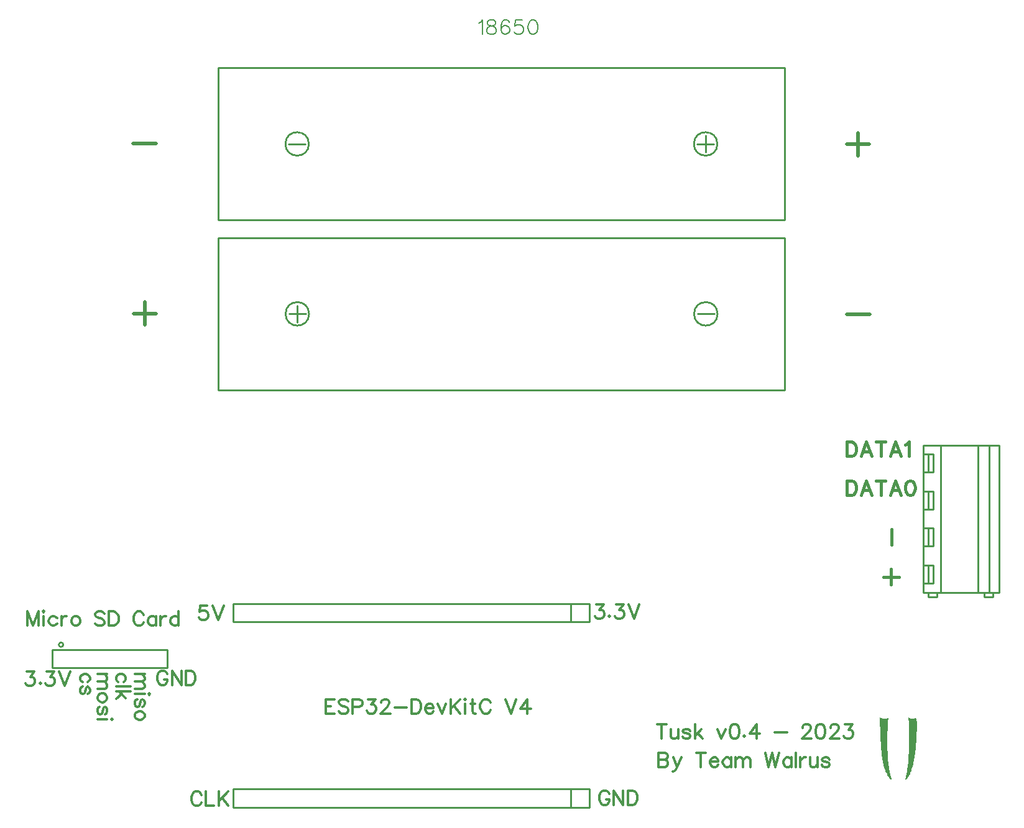
<source format=gto>
G04 Layer: TopSilkscreenLayer*
G04 EasyEDA v6.5.23, 2023-05-27 13:46:53*
G04 ad855449ed234b6990cb81ca5ba1a863,ef4dac4c239f4a7f90591e71bd1ece2f,10*
G04 Gerber Generator version 0.2*
G04 Scale: 100 percent, Rotated: No, Reflected: No *
G04 Dimensions in inches *
G04 leading zeros omitted , absolute positions ,3 integer and 6 decimal *
%FSLAX36Y36*%
%MOIN*%

%ADD10C,0.0120*%
%ADD11C,0.0080*%
%ADD12C,0.0150*%
%ADD13C,0.0200*%
%ADD14C,0.0100*%
%ADD15C,0.0121*%

%LPD*%
G36*
X3542320Y-179280D02*
G01*
X3538039Y-179400D01*
X3535580Y-179720D01*
X3535140Y-180159D01*
X3536900Y-180700D01*
X3540059Y-181119D01*
X3543480Y-181240D01*
X3546720Y-181080D01*
X3549400Y-180640D01*
X3550520Y-180080D01*
X3549560Y-179640D01*
X3546760Y-179360D01*
G37*
G36*
X3393900Y-179340D02*
G01*
X3389000Y-179440D01*
X3386040Y-179740D01*
X3385260Y-180159D01*
X3386880Y-180700D01*
X3390160Y-181119D01*
X3393900Y-181260D01*
X3397660Y-181119D01*
X3400940Y-180700D01*
X3402559Y-180159D01*
X3401780Y-179740D01*
X3398820Y-179440D01*
G37*
G36*
X3371259Y-181480D02*
G01*
X3373200Y-275960D01*
X3373600Y-289920D01*
X3374100Y-303360D01*
X3374700Y-316260D01*
X3375380Y-328640D01*
X3376180Y-340560D01*
X3377080Y-351980D01*
X3378080Y-362939D01*
X3379180Y-373480D01*
X3380400Y-383579D01*
X3381740Y-393280D01*
X3383180Y-402580D01*
X3385160Y-413680D01*
X3387320Y-424240D01*
X3389200Y-432299D01*
X3390680Y-438140D01*
X3394440Y-451100D01*
X3396180Y-456400D01*
X3398000Y-461540D01*
X3401200Y-469799D01*
X3404620Y-477700D01*
X3408260Y-485280D01*
X3410720Y-489880D01*
X3413240Y-494200D01*
X3415820Y-498240D01*
X3418380Y-501920D01*
X3420899Y-505220D01*
X3423300Y-508100D01*
X3425560Y-510520D01*
X3427620Y-512420D01*
X3429420Y-513780D01*
X3430940Y-514560D01*
X3431580Y-514700D01*
X3432120Y-514700D01*
X3432559Y-514540D01*
X3432900Y-514180D01*
X3433140Y-513660D01*
X3433260Y-512960D01*
X3433260Y-512080D01*
X3432860Y-509720D01*
X3431920Y-506560D01*
X3429900Y-501019D01*
X3428200Y-495580D01*
X3426560Y-489560D01*
X3424980Y-482960D01*
X3423480Y-475800D01*
X3422040Y-468160D01*
X3420680Y-460020D01*
X3419400Y-451440D01*
X3418180Y-442460D01*
X3417060Y-433100D01*
X3416000Y-423380D01*
X3414580Y-408240D01*
X3413540Y-395140D01*
X3412460Y-378980D01*
X3411860Y-367980D01*
X3411220Y-354040D01*
X3410520Y-331400D01*
X3410280Y-317160D01*
X3410200Y-305760D01*
X3410260Y-288740D01*
X3410500Y-274700D01*
X3410899Y-260859D01*
X3411320Y-249940D01*
X3411880Y-239240D01*
X3412720Y-226180D01*
X3413519Y-216040D01*
X3414200Y-208619D01*
X3416720Y-184220D01*
X3402980Y-186260D01*
X3399960Y-186620D01*
X3396840Y-186820D01*
X3393700Y-186860D01*
X3390600Y-186740D01*
X3387620Y-186480D01*
X3384840Y-186100D01*
X3382360Y-185560D01*
X3380240Y-184899D01*
G37*
G36*
X3521920Y-182260D02*
G01*
X3524920Y-214600D01*
X3525620Y-224100D01*
X3526240Y-233939D01*
X3526740Y-244120D01*
X3527300Y-259860D01*
X3527580Y-273360D01*
X3527720Y-289920D01*
X3527700Y-301120D01*
X3527559Y-315220D01*
X3526900Y-340720D01*
X3526360Y-354820D01*
X3525820Y-366019D01*
X3524500Y-387980D01*
X3523519Y-401320D01*
X3522420Y-414300D01*
X3521440Y-424360D01*
X3520120Y-436480D01*
X3518700Y-448020D01*
X3517480Y-456800D01*
X3516180Y-465120D01*
X3514840Y-472960D01*
X3513420Y-480280D01*
X3511940Y-487040D01*
X3510400Y-493220D01*
X3509220Y-497600D01*
X3507960Y-502740D01*
X3507160Y-506940D01*
X3506820Y-510140D01*
X3506820Y-511380D01*
X3506920Y-512400D01*
X3507140Y-513160D01*
X3507480Y-513660D01*
X3507919Y-513940D01*
X3508480Y-513980D01*
X3509160Y-513780D01*
X3509960Y-513320D01*
X3510860Y-512640D01*
X3513020Y-510520D01*
X3515640Y-507460D01*
X3518720Y-503420D01*
X3522260Y-498420D01*
X3525400Y-493579D01*
X3528440Y-488459D01*
X3531340Y-483000D01*
X3534120Y-477239D01*
X3538060Y-467939D01*
X3541120Y-459580D01*
X3544020Y-450640D01*
X3546220Y-443060D01*
X3548800Y-433040D01*
X3550740Y-424560D01*
X3552580Y-415680D01*
X3554320Y-406340D01*
X3555940Y-396580D01*
X3557480Y-386360D01*
X3558900Y-375680D01*
X3560240Y-364520D01*
X3561480Y-352879D01*
X3562919Y-337620D01*
X3563960Y-324840D01*
X3564920Y-311560D01*
X3566580Y-283340D01*
X3567280Y-268420D01*
X3568020Y-249880D01*
X3568580Y-231160D01*
X3568720Y-223200D01*
X3568740Y-216119D01*
X3568639Y-209880D01*
X3568420Y-204440D01*
X3568080Y-199760D01*
X3567600Y-195799D01*
X3566960Y-192500D01*
X3566200Y-189840D01*
X3565760Y-188720D01*
X3564740Y-186920D01*
X3564180Y-186220D01*
X3563580Y-185660D01*
X3562919Y-185200D01*
X3562240Y-184860D01*
X3561500Y-184640D01*
X3560720Y-184520D01*
X3559020Y-184560D01*
X3557120Y-184980D01*
X3553700Y-186040D01*
X3551220Y-186560D01*
X3548660Y-186880D01*
X3546019Y-187000D01*
X3543279Y-186900D01*
X3540419Y-186600D01*
X3537460Y-186100D01*
X3534340Y-185400D01*
G37*
D10*
X2200540Y-217599D02*
G01*
X2200540Y-293899D01*
X2175140Y-217599D02*
G01*
X2226040Y-217599D01*
X2250040Y-242999D02*
G01*
X2250040Y-279399D01*
X2253640Y-290299D01*
X2260940Y-293899D01*
X2271840Y-293899D01*
X2279140Y-290299D01*
X2290040Y-279399D01*
X2290040Y-242999D02*
G01*
X2290040Y-293899D01*
X2354040Y-253899D02*
G01*
X2350440Y-246699D01*
X2339440Y-242999D01*
X2328540Y-242999D01*
X2317640Y-246699D01*
X2314040Y-253899D01*
X2317640Y-261199D01*
X2324940Y-264899D01*
X2343140Y-268499D01*
X2350440Y-272100D01*
X2354040Y-279399D01*
X2354040Y-282999D01*
X2350440Y-290299D01*
X2339440Y-293899D01*
X2328540Y-293899D01*
X2317640Y-290299D01*
X2314040Y-282999D01*
X2378040Y-217599D02*
G01*
X2378040Y-293899D01*
X2414440Y-242999D02*
G01*
X2378040Y-279399D01*
X2392540Y-264899D02*
G01*
X2418040Y-293899D01*
X2498040Y-242999D02*
G01*
X2519840Y-293899D01*
X2541640Y-242999D02*
G01*
X2519840Y-293899D01*
X2587440Y-217599D02*
G01*
X2576540Y-221199D01*
X2569340Y-232100D01*
X2565640Y-250299D01*
X2565640Y-261199D01*
X2569340Y-279399D01*
X2576540Y-290299D01*
X2587440Y-293899D01*
X2594740Y-293899D01*
X2605640Y-290299D01*
X2612940Y-279399D01*
X2616540Y-261199D01*
X2616540Y-250299D01*
X2612940Y-232100D01*
X2605640Y-221199D01*
X2594740Y-217599D01*
X2587440Y-217599D01*
X2644240Y-275799D02*
G01*
X2640540Y-279399D01*
X2644240Y-282999D01*
X2647840Y-279399D01*
X2644240Y-275799D01*
X2708240Y-217599D02*
G01*
X2671840Y-268499D01*
X2726440Y-268499D01*
X2708240Y-217599D02*
G01*
X2708240Y-293899D01*
X2806440Y-261199D02*
G01*
X2871840Y-261199D01*
X2955440Y-235799D02*
G01*
X2955440Y-232100D01*
X2959140Y-224899D01*
X2962740Y-221199D01*
X2970040Y-217599D01*
X2984540Y-217599D01*
X2991840Y-221199D01*
X2995440Y-224899D01*
X2999140Y-232100D01*
X2999140Y-239399D01*
X2995440Y-246699D01*
X2988240Y-257599D01*
X2951840Y-293899D01*
X3002740Y-293899D01*
X3048540Y-217599D02*
G01*
X3037640Y-221199D01*
X3030440Y-232100D01*
X3026740Y-250299D01*
X3026740Y-261199D01*
X3030440Y-279399D01*
X3037640Y-290299D01*
X3048540Y-293899D01*
X3055840Y-293899D01*
X3066740Y-290299D01*
X3074040Y-279399D01*
X3077640Y-261199D01*
X3077640Y-250299D01*
X3074040Y-232100D01*
X3066740Y-221199D01*
X3055840Y-217599D01*
X3048540Y-217599D01*
X3105340Y-235799D02*
G01*
X3105340Y-232100D01*
X3108940Y-224899D01*
X3112540Y-221199D01*
X3119840Y-217599D01*
X3134440Y-217599D01*
X3141640Y-221199D01*
X3145340Y-224899D01*
X3148940Y-232100D01*
X3148940Y-239399D01*
X3145340Y-246699D01*
X3138040Y-257599D01*
X3101640Y-293899D01*
X3152540Y-293899D01*
X3183840Y-217599D02*
G01*
X3223840Y-217599D01*
X3202040Y-246699D01*
X3212940Y-246699D01*
X3220240Y-250299D01*
X3223840Y-253899D01*
X3227440Y-264899D01*
X3227440Y-272100D01*
X3223840Y-282999D01*
X3216540Y-290299D01*
X3205640Y-293899D01*
X3194740Y-293899D01*
X3183840Y-290299D01*
X3180240Y-286699D01*
X3176540Y-279399D01*
D11*
X1221040Y3547200D02*
G01*
X1228240Y3550800D01*
X1239140Y3561700D01*
X1239140Y3485399D01*
X1281340Y3561700D02*
G01*
X1270440Y3558100D01*
X1266840Y3550800D01*
X1266840Y3543500D01*
X1270440Y3536300D01*
X1277740Y3532600D01*
X1292240Y3529000D01*
X1303140Y3525399D01*
X1310440Y3518100D01*
X1314140Y3510800D01*
X1314140Y3499900D01*
X1310440Y3492600D01*
X1306840Y3489000D01*
X1295940Y3485399D01*
X1281340Y3485399D01*
X1270440Y3489000D01*
X1266840Y3492600D01*
X1263140Y3499900D01*
X1263140Y3510800D01*
X1266840Y3518100D01*
X1274140Y3525399D01*
X1285040Y3529000D01*
X1299540Y3532600D01*
X1306840Y3536300D01*
X1310440Y3543500D01*
X1310440Y3550800D01*
X1306840Y3558100D01*
X1295940Y3561700D01*
X1281340Y3561700D01*
X1381740Y3550800D02*
G01*
X1378140Y3558100D01*
X1367140Y3561700D01*
X1359940Y3561700D01*
X1349040Y3558100D01*
X1341740Y3547200D01*
X1338140Y3529000D01*
X1338140Y3510800D01*
X1341740Y3496300D01*
X1349040Y3489000D01*
X1359940Y3485399D01*
X1363540Y3485399D01*
X1374440Y3489000D01*
X1381740Y3496300D01*
X1385340Y3507200D01*
X1385340Y3510800D01*
X1381740Y3521700D01*
X1374440Y3529000D01*
X1363540Y3532600D01*
X1359940Y3532600D01*
X1349040Y3529000D01*
X1341740Y3521700D01*
X1338140Y3510800D01*
X1453040Y3561700D02*
G01*
X1416640Y3561700D01*
X1413040Y3529000D01*
X1416640Y3532600D01*
X1427540Y3536300D01*
X1438440Y3536300D01*
X1449340Y3532600D01*
X1456640Y3525399D01*
X1460240Y3514500D01*
X1460240Y3507200D01*
X1456640Y3496300D01*
X1449340Y3489000D01*
X1438440Y3485399D01*
X1427540Y3485399D01*
X1416640Y3489000D01*
X1413040Y3492600D01*
X1409340Y3499900D01*
X1506140Y3561700D02*
G01*
X1495140Y3558100D01*
X1487940Y3547200D01*
X1484240Y3529000D01*
X1484240Y3518100D01*
X1487940Y3499900D01*
X1495140Y3489000D01*
X1506140Y3485399D01*
X1513340Y3485399D01*
X1524240Y3489000D01*
X1531540Y3499900D01*
X1535140Y3518100D01*
X1535140Y3529000D01*
X1531540Y3547200D01*
X1524240Y3558100D01*
X1513340Y3561700D01*
X1506140Y3561700D01*
D12*
X3432600Y747040D02*
G01*
X3432600Y828840D01*
X3430940Y614300D02*
G01*
X3430940Y532500D01*
X3390040Y573400D02*
G01*
X3471840Y573400D01*
D10*
X2183040Y-370299D02*
G01*
X2183040Y-446599D01*
X2183040Y-370299D02*
G01*
X2215740Y-370299D01*
X2226640Y-373899D01*
X2230240Y-377500D01*
X2233940Y-384800D01*
X2233940Y-392100D01*
X2230240Y-399399D01*
X2226640Y-402999D01*
X2215740Y-406599D01*
X2183040Y-406599D02*
G01*
X2215740Y-406599D01*
X2226640Y-410299D01*
X2230240Y-413899D01*
X2233940Y-421199D01*
X2233940Y-432100D01*
X2230240Y-439399D01*
X2226640Y-442999D01*
X2215740Y-446599D01*
X2183040Y-446599D01*
X2261540Y-395699D02*
G01*
X2283340Y-446599D01*
X2305140Y-395699D02*
G01*
X2283340Y-446599D01*
X2276140Y-461199D01*
X2268840Y-468499D01*
X2261540Y-472100D01*
X2257940Y-472100D01*
X2410640Y-370299D02*
G01*
X2410640Y-446599D01*
X2385140Y-370299D02*
G01*
X2436140Y-370299D01*
X2460140Y-417500D02*
G01*
X2503740Y-417500D01*
X2503740Y-410299D01*
X2500140Y-402999D01*
X2496440Y-399399D01*
X2489140Y-395699D01*
X2478240Y-395699D01*
X2471040Y-399399D01*
X2463740Y-406599D01*
X2460140Y-417500D01*
X2460140Y-424800D01*
X2463740Y-435699D01*
X2471040Y-442999D01*
X2478240Y-446599D01*
X2489140Y-446599D01*
X2496440Y-442999D01*
X2503740Y-435699D01*
X2571340Y-395699D02*
G01*
X2571340Y-446599D01*
X2571340Y-406599D02*
G01*
X2564140Y-399399D01*
X2556840Y-395699D01*
X2545940Y-395699D01*
X2538640Y-399399D01*
X2531340Y-406599D01*
X2527740Y-417500D01*
X2527740Y-424800D01*
X2531340Y-435699D01*
X2538640Y-442999D01*
X2545940Y-446599D01*
X2556840Y-446599D01*
X2564140Y-442999D01*
X2571340Y-435699D01*
X2595340Y-395699D02*
G01*
X2595340Y-446599D01*
X2595340Y-410299D02*
G01*
X2606240Y-399399D01*
X2613540Y-395699D01*
X2624440Y-395699D01*
X2631740Y-399399D01*
X2635340Y-410299D01*
X2635340Y-446599D01*
X2635340Y-410299D02*
G01*
X2646240Y-399399D01*
X2653540Y-395699D01*
X2664440Y-395699D01*
X2671740Y-399399D01*
X2675340Y-410299D01*
X2675340Y-446599D01*
X2755340Y-370299D02*
G01*
X2773540Y-446599D01*
X2791740Y-370299D02*
G01*
X2773540Y-446599D01*
X2791740Y-370299D02*
G01*
X2809940Y-446599D01*
X2828140Y-370299D02*
G01*
X2809940Y-446599D01*
X2895740Y-395699D02*
G01*
X2895740Y-446599D01*
X2895740Y-406599D02*
G01*
X2888440Y-399399D01*
X2881140Y-395699D01*
X2870240Y-395699D01*
X2863040Y-399399D01*
X2855740Y-406599D01*
X2852140Y-417500D01*
X2852140Y-424800D01*
X2855740Y-435699D01*
X2863040Y-442999D01*
X2870240Y-446599D01*
X2881140Y-446599D01*
X2888440Y-442999D01*
X2895740Y-435699D01*
X2919740Y-370299D02*
G01*
X2919740Y-446599D01*
X2943740Y-395699D02*
G01*
X2943740Y-446599D01*
X2943740Y-417500D02*
G01*
X2947340Y-406599D01*
X2954640Y-399399D01*
X2961940Y-395699D01*
X2972840Y-395699D01*
X2996840Y-395699D02*
G01*
X2996840Y-432100D01*
X3000440Y-442999D01*
X3007740Y-446599D01*
X3018640Y-446599D01*
X3025940Y-442999D01*
X3036840Y-432100D01*
X3036840Y-395699D02*
G01*
X3036840Y-446599D01*
X3100840Y-406599D02*
G01*
X3097140Y-399399D01*
X3086240Y-395699D01*
X3075340Y-395699D01*
X3064440Y-399399D01*
X3060840Y-406599D01*
X3064440Y-413899D01*
X3071740Y-417500D01*
X3089940Y-421199D01*
X3097140Y-424800D01*
X3100840Y-432100D01*
X3100840Y-435699D01*
X3097140Y-442999D01*
X3086240Y-446599D01*
X3075340Y-446599D01*
X3064440Y-442999D01*
X3060840Y-435699D01*
X1849240Y424700D02*
G01*
X1889240Y424700D01*
X1867440Y395600D01*
X1878340Y395600D01*
X1885640Y392000D01*
X1889240Y388400D01*
X1892940Y377500D01*
X1892940Y370199D01*
X1889240Y359300D01*
X1882040Y352000D01*
X1871140Y348400D01*
X1860140Y348400D01*
X1849240Y352000D01*
X1845640Y355600D01*
X1842040Y362899D01*
X1920540Y366500D02*
G01*
X1916940Y362899D01*
X1920540Y359300D01*
X1924140Y362899D01*
X1920540Y366500D01*
X1955440Y424700D02*
G01*
X1995440Y424700D01*
X1973640Y395600D01*
X1984540Y395600D01*
X1991840Y392000D01*
X1995440Y388400D01*
X1999140Y377500D01*
X1999140Y370199D01*
X1995440Y359300D01*
X1988140Y352000D01*
X1977240Y348400D01*
X1966340Y348400D01*
X1955440Y352000D01*
X1951840Y355600D01*
X1948140Y362899D01*
X2023140Y424700D02*
G01*
X2052140Y348400D01*
X2081240Y424700D02*
G01*
X2052140Y348400D01*
X1919542Y-591499D02*
G01*
X1915942Y-584199D01*
X1908642Y-576899D01*
X1901342Y-573299D01*
X1886842Y-573299D01*
X1879542Y-576899D01*
X1872242Y-584199D01*
X1868642Y-591499D01*
X1865042Y-602399D01*
X1865042Y-620499D01*
X1868642Y-631499D01*
X1872242Y-638699D01*
X1879542Y-645999D01*
X1886842Y-649600D01*
X1901342Y-649600D01*
X1908642Y-645999D01*
X1915942Y-638699D01*
X1919542Y-631499D01*
X1919542Y-620499D01*
X1901342Y-620499D02*
G01*
X1919542Y-620499D01*
X1943542Y-573299D02*
G01*
X1943542Y-649600D01*
X1943542Y-573299D02*
G01*
X1994442Y-649600D01*
X1994442Y-573299D02*
G01*
X1994442Y-649600D01*
X2018442Y-573299D02*
G01*
X2018442Y-649600D01*
X2018442Y-573299D02*
G01*
X2043942Y-573299D01*
X2054842Y-576899D01*
X2062142Y-584199D01*
X2065742Y-591499D01*
X2069342Y-602399D01*
X2069342Y-620499D01*
X2065742Y-631499D01*
X2062142Y-638699D01*
X2054842Y-645999D01*
X2043942Y-649600D01*
X2018442Y-649600D01*
X-237359Y417699D02*
G01*
X-273759Y417699D01*
X-277359Y385000D01*
X-273759Y388600D01*
X-262859Y392300D01*
X-251859Y392300D01*
X-240959Y388600D01*
X-233759Y381400D01*
X-230059Y370500D01*
X-230059Y363200D01*
X-233759Y352300D01*
X-240959Y345000D01*
X-251859Y341400D01*
X-262859Y341400D01*
X-273759Y345000D01*
X-277359Y348600D01*
X-280959Y355900D01*
X-206059Y417699D02*
G01*
X-176959Y341400D01*
X-147859Y417699D02*
G01*
X-176959Y341400D01*
X-266457Y-596499D02*
G01*
X-270057Y-589199D01*
X-277357Y-581899D01*
X-284657Y-578299D01*
X-299157Y-578299D01*
X-306457Y-581899D01*
X-313757Y-589199D01*
X-317357Y-596499D01*
X-320957Y-607399D01*
X-320957Y-625499D01*
X-317357Y-636499D01*
X-313757Y-643699D01*
X-306457Y-650999D01*
X-299157Y-654600D01*
X-284657Y-654600D01*
X-277357Y-650999D01*
X-270057Y-643699D01*
X-266457Y-636499D01*
X-242457Y-578299D02*
G01*
X-242457Y-654600D01*
X-242457Y-654600D02*
G01*
X-198857Y-654600D01*
X-174857Y-578299D02*
G01*
X-174857Y-654600D01*
X-123857Y-578299D02*
G01*
X-174857Y-629199D01*
X-156657Y-610999D02*
G01*
X-123857Y-654600D01*
X398040Y-83299D02*
G01*
X398040Y-159600D01*
X398040Y-83299D02*
G01*
X445240Y-83299D01*
X398040Y-119600D02*
G01*
X427140Y-119600D01*
X398040Y-159600D02*
G01*
X445240Y-159600D01*
X520140Y-94199D02*
G01*
X512940Y-86899D01*
X502040Y-83299D01*
X487440Y-83299D01*
X476540Y-86899D01*
X469240Y-94199D01*
X469240Y-101499D01*
X472940Y-108699D01*
X476540Y-112399D01*
X483840Y-115999D01*
X505640Y-123299D01*
X512940Y-126899D01*
X516540Y-130499D01*
X520140Y-137799D01*
X520140Y-148699D01*
X512940Y-155999D01*
X502040Y-159600D01*
X487440Y-159600D01*
X476540Y-155999D01*
X469240Y-148699D01*
X544140Y-83299D02*
G01*
X544140Y-159600D01*
X544140Y-83299D02*
G01*
X576940Y-83299D01*
X587840Y-86899D01*
X591440Y-90499D01*
X595140Y-97799D01*
X595140Y-108699D01*
X591440Y-115999D01*
X587840Y-119600D01*
X576940Y-123299D01*
X544140Y-123299D01*
X626340Y-83299D02*
G01*
X666340Y-83299D01*
X644540Y-112399D01*
X655440Y-112399D01*
X662740Y-115999D01*
X666340Y-119600D01*
X670040Y-130499D01*
X670040Y-137799D01*
X666340Y-148699D01*
X659140Y-155999D01*
X648140Y-159600D01*
X637240Y-159600D01*
X626340Y-155999D01*
X622740Y-152399D01*
X619140Y-145099D01*
X697640Y-101499D02*
G01*
X697640Y-97799D01*
X701240Y-90499D01*
X704940Y-86899D01*
X712140Y-83299D01*
X726740Y-83299D01*
X734040Y-86899D01*
X737640Y-90499D01*
X741240Y-97799D01*
X741240Y-105099D01*
X737640Y-112399D01*
X730340Y-123299D01*
X694040Y-159600D01*
X744940Y-159600D01*
X768940Y-126899D02*
G01*
X834340Y-126899D01*
X858340Y-83299D02*
G01*
X858340Y-159600D01*
X858340Y-83299D02*
G01*
X883840Y-83299D01*
X894740Y-86899D01*
X902040Y-94199D01*
X905640Y-101499D01*
X909240Y-112399D01*
X909240Y-130499D01*
X905640Y-141499D01*
X902040Y-148699D01*
X894740Y-155999D01*
X883840Y-159600D01*
X858340Y-159600D01*
X933240Y-130499D02*
G01*
X976940Y-130499D01*
X976940Y-123299D01*
X973240Y-115999D01*
X969640Y-112399D01*
X962340Y-108699D01*
X951440Y-108699D01*
X944140Y-112399D01*
X936940Y-119600D01*
X933240Y-130499D01*
X933240Y-137799D01*
X936940Y-148699D01*
X944140Y-155999D01*
X951440Y-159600D01*
X962340Y-159600D01*
X969640Y-155999D01*
X976940Y-148699D01*
X1000940Y-108699D02*
G01*
X1022740Y-159600D01*
X1044540Y-108699D02*
G01*
X1022740Y-159600D01*
X1068540Y-83299D02*
G01*
X1068540Y-159600D01*
X1119440Y-83299D02*
G01*
X1068540Y-134199D01*
X1086740Y-115999D02*
G01*
X1119440Y-159600D01*
X1143440Y-83299D02*
G01*
X1147140Y-86899D01*
X1150740Y-83299D01*
X1147140Y-79600D01*
X1143440Y-83299D01*
X1147140Y-108699D02*
G01*
X1147140Y-159600D01*
X1185640Y-83299D02*
G01*
X1185640Y-145099D01*
X1189240Y-155999D01*
X1196540Y-159600D01*
X1203840Y-159600D01*
X1174740Y-108699D02*
G01*
X1200140Y-108699D01*
X1282340Y-101499D02*
G01*
X1278740Y-94199D01*
X1271440Y-86899D01*
X1264140Y-83299D01*
X1249640Y-83299D01*
X1242340Y-86899D01*
X1235140Y-94199D01*
X1231440Y-101499D01*
X1227840Y-112399D01*
X1227840Y-130499D01*
X1231440Y-141499D01*
X1235140Y-148699D01*
X1242340Y-155999D01*
X1249640Y-159600D01*
X1264140Y-159600D01*
X1271440Y-155999D01*
X1278740Y-148699D01*
X1282340Y-141499D01*
X1362340Y-83299D02*
G01*
X1391440Y-159600D01*
X1420540Y-83299D02*
G01*
X1391440Y-159600D01*
X1480940Y-83299D02*
G01*
X1444540Y-134199D01*
X1499140Y-134199D01*
X1480940Y-83299D02*
G01*
X1480940Y-159600D01*
X-1198959Y387699D02*
G01*
X-1198959Y311400D01*
X-1198959Y387699D02*
G01*
X-1169859Y311400D01*
X-1140859Y387699D02*
G01*
X-1169859Y311400D01*
X-1140859Y387699D02*
G01*
X-1140859Y311400D01*
X-1116859Y387699D02*
G01*
X-1113159Y384100D01*
X-1109559Y387699D01*
X-1113159Y391400D01*
X-1116859Y387699D01*
X-1113159Y362300D02*
G01*
X-1113159Y311400D01*
X-1041859Y351400D02*
G01*
X-1049159Y358600D01*
X-1056459Y362300D01*
X-1067359Y362300D01*
X-1074659Y358600D01*
X-1081859Y351400D01*
X-1085559Y340500D01*
X-1085559Y333200D01*
X-1081859Y322300D01*
X-1074659Y315000D01*
X-1067359Y311400D01*
X-1056459Y311400D01*
X-1049159Y315000D01*
X-1041859Y322300D01*
X-1017859Y362300D02*
G01*
X-1017859Y311400D01*
X-1017859Y340500D02*
G01*
X-1014259Y351400D01*
X-1006959Y358600D01*
X-999759Y362300D01*
X-988859Y362300D01*
X-946659Y362300D02*
G01*
X-953859Y358600D01*
X-961159Y351400D01*
X-964859Y340500D01*
X-964859Y333200D01*
X-961159Y322300D01*
X-953859Y315000D01*
X-946659Y311400D01*
X-935759Y311400D01*
X-928459Y315000D01*
X-921159Y322300D01*
X-917559Y333200D01*
X-917559Y340500D01*
X-921159Y351400D01*
X-928459Y358600D01*
X-935759Y362300D01*
X-946659Y362300D01*
X-786659Y376800D02*
G01*
X-793859Y384100D01*
X-804859Y387699D01*
X-819359Y387699D01*
X-830259Y384100D01*
X-837559Y376800D01*
X-837559Y369500D01*
X-833859Y362300D01*
X-830259Y358600D01*
X-822959Y355000D01*
X-801159Y347699D01*
X-793859Y344100D01*
X-790259Y340500D01*
X-786659Y333200D01*
X-786659Y322300D01*
X-793859Y315000D01*
X-804859Y311400D01*
X-819359Y311400D01*
X-830259Y315000D01*
X-837559Y322300D01*
X-762659Y387699D02*
G01*
X-762659Y311400D01*
X-762659Y387699D02*
G01*
X-737159Y387699D01*
X-726259Y384100D01*
X-718959Y376800D01*
X-715359Y369500D01*
X-711759Y358600D01*
X-711759Y340500D01*
X-715359Y329500D01*
X-718959Y322300D01*
X-726259Y315000D01*
X-737159Y311400D01*
X-762659Y311400D01*
X-577159Y369500D02*
G01*
X-580859Y376800D01*
X-588059Y384100D01*
X-595359Y387699D01*
X-609859Y387699D01*
X-617159Y384100D01*
X-624459Y376800D01*
X-628059Y369500D01*
X-631759Y358600D01*
X-631759Y340500D01*
X-628059Y329500D01*
X-624459Y322300D01*
X-617159Y315000D01*
X-609859Y311400D01*
X-595359Y311400D01*
X-588059Y315000D01*
X-580859Y322300D01*
X-577159Y329500D01*
X-509559Y362300D02*
G01*
X-509559Y311400D01*
X-509559Y351400D02*
G01*
X-516859Y358600D01*
X-524059Y362300D01*
X-534959Y362300D01*
X-542259Y358600D01*
X-549559Y351400D01*
X-553159Y340500D01*
X-553159Y333200D01*
X-549559Y322300D01*
X-542259Y315000D01*
X-534959Y311400D01*
X-524059Y311400D01*
X-516859Y315000D01*
X-509559Y322300D01*
X-485559Y362300D02*
G01*
X-485559Y311400D01*
X-485559Y340500D02*
G01*
X-481859Y351400D01*
X-474659Y358600D01*
X-467359Y362300D01*
X-456459Y362300D01*
X-388859Y387699D02*
G01*
X-388859Y311400D01*
X-388859Y351400D02*
G01*
X-396059Y358600D01*
X-403359Y362300D01*
X-414259Y362300D01*
X-421559Y358600D01*
X-428859Y351400D01*
X-432459Y340500D01*
X-432459Y333200D01*
X-428859Y322300D01*
X-421559Y315000D01*
X-414259Y311400D01*
X-403359Y311400D01*
X-396059Y315000D01*
X-388859Y322300D01*
X-1203088Y64912D02*
G01*
X-1163088Y64912D01*
X-1184888Y35812D01*
X-1173988Y35812D01*
X-1166688Y32212D01*
X-1163088Y28612D01*
X-1159388Y17712D01*
X-1159388Y10412D01*
X-1163088Y-488D01*
X-1170288Y-7787D01*
X-1181188Y-11387D01*
X-1192188Y-11387D01*
X-1203088Y-7787D01*
X-1206688Y-4187D01*
X-1210288Y3112D01*
X-1131788Y6712D02*
G01*
X-1135388Y3112D01*
X-1131788Y-488D01*
X-1128188Y3112D01*
X-1131788Y6712D01*
X-1096888Y64912D02*
G01*
X-1056888Y64912D01*
X-1078688Y35812D01*
X-1067788Y35812D01*
X-1060488Y32212D01*
X-1056888Y28612D01*
X-1053188Y17712D01*
X-1053188Y10412D01*
X-1056888Y-488D01*
X-1064188Y-7787D01*
X-1075088Y-11387D01*
X-1085988Y-11387D01*
X-1096888Y-7787D01*
X-1100488Y-4187D01*
X-1104188Y3112D01*
X-1029188Y64912D02*
G01*
X-1000188Y-11387D01*
X-971088Y64912D02*
G01*
X-1000188Y-11387D01*
X-448789Y51500D02*
G01*
X-452389Y58800D01*
X-459689Y66100D01*
X-466989Y69700D01*
X-481489Y69700D01*
X-488789Y66100D01*
X-496089Y58800D01*
X-499689Y51500D01*
X-503289Y40600D01*
X-503289Y22500D01*
X-499689Y11500D01*
X-496089Y4300D01*
X-488789Y-2999D01*
X-481489Y-6599D01*
X-466989Y-6599D01*
X-459689Y-2999D01*
X-452389Y4300D01*
X-448789Y11500D01*
X-448789Y22500D01*
X-466989Y22500D02*
G01*
X-448789Y22500D01*
X-424789Y69700D02*
G01*
X-424789Y-6599D01*
X-424789Y69700D02*
G01*
X-373889Y-6599D01*
X-373889Y69700D02*
G01*
X-373889Y-6599D01*
X-349889Y69700D02*
G01*
X-349889Y-6599D01*
X-349889Y69700D02*
G01*
X-324389Y69700D01*
X-313489Y66100D01*
X-306189Y58800D01*
X-302589Y51500D01*
X-298989Y40600D01*
X-298989Y22500D01*
X-302589Y11500D01*
X-306189Y4300D01*
X-313489Y-2999D01*
X-324389Y-6599D01*
X-349889Y-6599D01*
X-875929Y8360D02*
G01*
X-868729Y15660D01*
X-865029Y22860D01*
X-865029Y33859D01*
X-868729Y41060D01*
X-875929Y48360D01*
X-886829Y51960D01*
X-894129Y51960D01*
X-905029Y48360D01*
X-912329Y41060D01*
X-915929Y33859D01*
X-915929Y22860D01*
X-912329Y15660D01*
X-905029Y8360D01*
X-875929Y-55639D02*
G01*
X-868729Y-52039D01*
X-865029Y-41140D01*
X-865029Y-30139D01*
X-868729Y-19239D01*
X-875929Y-15639D01*
X-883229Y-19239D01*
X-886829Y-26539D01*
X-890529Y-44739D01*
X-894129Y-52039D01*
X-901429Y-55639D01*
X-905029Y-55639D01*
X-912329Y-52039D01*
X-915929Y-41140D01*
X-915929Y-30139D01*
X-912329Y-19239D01*
X-905029Y-15639D01*
X-772362Y52027D02*
G01*
X-823262Y52027D01*
X-786962Y52027D02*
G01*
X-776062Y41127D01*
X-772362Y33827D01*
X-772362Y22926D01*
X-776062Y15627D01*
X-786962Y12027D01*
X-823262Y12027D01*
X-786962Y12027D02*
G01*
X-776062Y1127D01*
X-772362Y-6172D01*
X-772362Y-17073D01*
X-776062Y-24372D01*
X-786962Y-27972D01*
X-823262Y-27972D01*
X-772362Y-70172D02*
G01*
X-776062Y-62872D01*
X-783262Y-55672D01*
X-794162Y-51972D01*
X-801462Y-51972D01*
X-812362Y-55672D01*
X-819662Y-62872D01*
X-823262Y-70172D01*
X-823262Y-81072D01*
X-819662Y-88372D01*
X-812362Y-95672D01*
X-801462Y-99272D01*
X-794162Y-99272D01*
X-783262Y-95672D01*
X-776062Y-88372D01*
X-772362Y-81072D01*
X-772362Y-70172D01*
X-783262Y-163272D02*
G01*
X-776062Y-159672D01*
X-772362Y-148772D01*
X-772362Y-137772D01*
X-776062Y-126872D01*
X-783262Y-123272D01*
X-790562Y-126872D01*
X-794162Y-134172D01*
X-797862Y-152372D01*
X-801462Y-159672D01*
X-808762Y-163272D01*
X-812362Y-163272D01*
X-819662Y-159672D01*
X-823262Y-148772D01*
X-823262Y-137772D01*
X-819662Y-126872D01*
X-812362Y-123272D01*
X-746962Y-187273D02*
G01*
X-750562Y-190872D01*
X-746962Y-194573D01*
X-743262Y-190872D01*
X-746962Y-187273D01*
X-772362Y-190872D02*
G01*
X-823262Y-190872D01*
X-683929Y8360D02*
G01*
X-676729Y15660D01*
X-673029Y22860D01*
X-673029Y33859D01*
X-676729Y41060D01*
X-683929Y48360D01*
X-694829Y51960D01*
X-702129Y51960D01*
X-713029Y48360D01*
X-720329Y41060D01*
X-723929Y33859D01*
X-723929Y22860D01*
X-720329Y15660D01*
X-713029Y8360D01*
X-647629Y-15639D02*
G01*
X-723929Y-15639D01*
X-647629Y-39639D02*
G01*
X-723929Y-39639D01*
X-673029Y-76039D02*
G01*
X-709429Y-39639D01*
X-694829Y-54139D02*
G01*
X-723929Y-79639D01*
X-571696Y51993D02*
G01*
X-622596Y51993D01*
X-586296Y51993D02*
G01*
X-575396Y41093D01*
X-571696Y33793D01*
X-571696Y22893D01*
X-575396Y15593D01*
X-586296Y11993D01*
X-622596Y11993D01*
X-586296Y11993D02*
G01*
X-575396Y1093D01*
X-571696Y-6206D01*
X-571696Y-17106D01*
X-575396Y-24406D01*
X-586296Y-28006D01*
X-622596Y-28006D01*
X-546296Y-52006D02*
G01*
X-549896Y-55606D01*
X-546296Y-59306D01*
X-542596Y-55606D01*
X-546296Y-52006D01*
X-571696Y-55606D02*
G01*
X-622596Y-55606D01*
X-582596Y-123306D02*
G01*
X-575396Y-119606D01*
X-571696Y-108706D01*
X-571696Y-97806D01*
X-575396Y-86906D01*
X-582596Y-83306D01*
X-589896Y-86906D01*
X-593496Y-94206D01*
X-597196Y-112406D01*
X-600796Y-119606D01*
X-608096Y-123306D01*
X-611696Y-123306D01*
X-618996Y-119606D01*
X-622596Y-108706D01*
X-622596Y-97806D01*
X-618996Y-86906D01*
X-611696Y-83306D01*
X-571696Y-165407D02*
G01*
X-575396Y-158206D01*
X-582596Y-150906D01*
X-593496Y-147306D01*
X-600796Y-147306D01*
X-611696Y-150906D01*
X-618996Y-158206D01*
X-622596Y-165407D01*
X-622596Y-176406D01*
X-618996Y-183606D01*
X-611696Y-190906D01*
X-600796Y-194506D01*
X-593496Y-194506D01*
X-582596Y-190906D01*
X-575396Y-183606D01*
X-571696Y-176406D01*
X-571696Y-165407D01*
D13*
X3315519Y1983261D02*
G01*
X3192792Y1983261D01*
X3253198Y2833912D02*
G01*
X3253198Y2956612D01*
X3314498Y2895212D02*
G01*
X3191798Y2895212D01*
X-632518Y2898739D02*
G01*
X-509791Y2898739D01*
X-570159Y2048100D02*
G01*
X-570159Y1925399D01*
X-631559Y1986700D02*
G01*
X-508759Y1986700D01*
D12*
X3193040Y1089700D02*
G01*
X3193040Y1013400D01*
X3193040Y1089700D02*
G01*
X3218440Y1089700D01*
X3229340Y1086100D01*
X3236640Y1078800D01*
X3240240Y1071500D01*
X3243940Y1060600D01*
X3243940Y1042500D01*
X3240240Y1031500D01*
X3236640Y1024300D01*
X3229340Y1017000D01*
X3218440Y1013400D01*
X3193040Y1013400D01*
X3297040Y1089700D02*
G01*
X3267940Y1013400D01*
X3297040Y1089700D02*
G01*
X3326140Y1013400D01*
X3278840Y1038800D02*
G01*
X3315140Y1038800D01*
X3375540Y1089700D02*
G01*
X3375540Y1013400D01*
X3350140Y1089700D02*
G01*
X3401040Y1089700D01*
X3454140Y1089700D02*
G01*
X3425040Y1013400D01*
X3454140Y1089700D02*
G01*
X3483140Y1013400D01*
X3435940Y1038800D02*
G01*
X3472240Y1038800D01*
X3529040Y1089700D02*
G01*
X3518140Y1086100D01*
X3510840Y1075199D01*
X3507140Y1057000D01*
X3507140Y1046100D01*
X3510840Y1027899D01*
X3518140Y1017000D01*
X3529040Y1013400D01*
X3536240Y1013400D01*
X3547140Y1017000D01*
X3554440Y1027899D01*
X3558140Y1046100D01*
X3558140Y1057000D01*
X3554440Y1075199D01*
X3547140Y1086100D01*
X3536240Y1089700D01*
X3529040Y1089700D01*
X3193040Y1297699D02*
G01*
X3193040Y1221400D01*
X3193040Y1297699D02*
G01*
X3218440Y1297699D01*
X3229340Y1294100D01*
X3236640Y1286800D01*
X3240240Y1279500D01*
X3243940Y1268600D01*
X3243940Y1250500D01*
X3240240Y1239500D01*
X3236640Y1232300D01*
X3229340Y1225000D01*
X3218440Y1221400D01*
X3193040Y1221400D01*
X3297040Y1297699D02*
G01*
X3267940Y1221400D01*
X3297040Y1297699D02*
G01*
X3326140Y1221400D01*
X3278840Y1246800D02*
G01*
X3315140Y1246800D01*
X3375540Y1297699D02*
G01*
X3375540Y1221400D01*
X3350140Y1297699D02*
G01*
X3401040Y1297699D01*
X3454140Y1297699D02*
G01*
X3425040Y1221400D01*
X3454140Y1297699D02*
G01*
X3483140Y1221400D01*
X3435940Y1246800D02*
G01*
X3472240Y1246800D01*
X3507140Y1283200D02*
G01*
X3514440Y1286800D01*
X3525340Y1297699D01*
X3525340Y1221400D01*
D14*
X-1067053Y170433D02*
G01*
X-1067053Y184212D01*
X-448944Y184212D01*
X-448944Y85788D01*
X-1067053Y85788D01*
X-1067053Y172400D01*
X-95725Y430211D02*
G01*
X-95725Y331787D01*
X1813722Y430212D02*
G01*
X-95725Y430212D01*
X1813722Y331787D02*
G01*
X-95725Y331787D01*
X1712618Y331787D02*
G01*
X1712618Y430211D01*
X1813722Y430211D02*
G01*
X1813722Y331787D01*
X-95723Y-564786D02*
G01*
X-95723Y-663210D01*
X1813724Y-564785D02*
G01*
X-95723Y-564785D01*
X1813724Y-663210D02*
G01*
X-95723Y-663210D01*
X1712620Y-663210D02*
G01*
X1712620Y-564786D01*
X1813724Y-564786D02*
G01*
X1813724Y-663210D01*
X3603087Y489724D02*
G01*
X3603087Y1280276D01*
X3603087Y489724D02*
G01*
X4008598Y489724D01*
X4008598Y489724D02*
G01*
X4008598Y1280276D01*
X3603087Y1280276D02*
G01*
X4008598Y1280276D01*
X3696000Y489724D02*
G01*
X3696000Y1280276D01*
X3896083Y489724D02*
G01*
X3896083Y1280276D01*
X3630949Y465000D02*
G01*
X3630949Y488623D01*
X3677763Y465000D02*
G01*
X3630949Y465000D01*
X3677763Y488623D02*
G01*
X3677763Y465000D01*
X3976000Y465000D02*
G01*
X3930949Y465000D01*
X3930949Y488623D01*
X3976000Y488623D02*
G01*
X3976000Y465000D01*
X3603087Y537768D02*
G01*
X3656000Y537768D01*
X3656000Y635000D01*
X3603087Y635000D01*
X3628793Y537768D02*
G01*
X3628793Y635000D01*
X3603087Y737756D02*
G01*
X3656000Y737756D01*
X3656000Y834988D01*
X3603087Y834988D01*
X3628793Y737757D02*
G01*
X3628793Y834988D01*
X3603087Y737757D02*
G01*
X3656000Y737757D01*
X3656000Y834988D02*
G01*
X3603087Y834988D01*
X3956508Y489724D02*
G01*
X3956508Y1280276D01*
X3656000Y1233400D02*
G01*
X3603087Y1233400D01*
X3603087Y1136168D02*
G01*
X3656000Y1136168D01*
X3628793Y1136168D02*
G01*
X3628793Y1233400D01*
X3603087Y1136168D02*
G01*
X3656000Y1136168D01*
X3656000Y1233400D01*
X3603087Y1233400D01*
X3628793Y936181D02*
G01*
X3628793Y1033412D01*
X3603087Y936181D02*
G01*
X3656000Y936181D01*
X3656000Y1033412D01*
X3603087Y1033412D01*
X202000Y1985000D02*
G01*
X292000Y1985000D01*
X247000Y2030000D02*
G01*
X247000Y1940000D01*
X2392000Y1985000D02*
G01*
X2482000Y1985000D01*
X-175499Y1577500D02*
G01*
X-175499Y2392500D01*
X2859500Y2392500D01*
X2859500Y1577500D01*
X-175499Y1577500D01*
X2481000Y2897000D02*
G01*
X2391000Y2897000D01*
X2436000Y2852000D02*
G01*
X2436000Y2942000D01*
X291000Y2897000D02*
G01*
X201000Y2897000D01*
X2858500Y3304500D02*
G01*
X2858500Y2489500D01*
X-176499Y2489500D01*
X-176499Y3304500D01*
X2858500Y3304500D01*
G75*
G01
X-1008000Y209800D02*
G03X-1008000Y209800I-11810J0D01*
G75*
G01
X310000Y1985000D02*
G03X310000Y1985000I-63000J0D01*
G75*
G01
X2500000Y1985000D02*
G03X2500000Y1985000I-63000J0D01*
G75*
G01
X2499000Y2897000D02*
G03X2499000Y2897000I-63000J0D01*
G75*
G01
X309000Y2897000D02*
G03X309000Y2897000I-63000J0D01*
M02*

</source>
